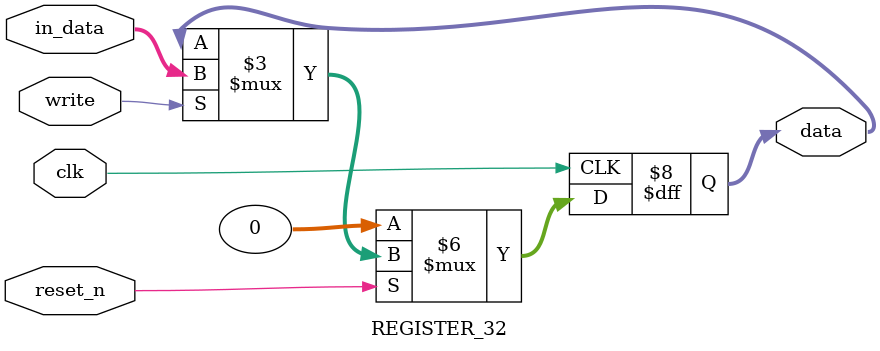
<source format=v>
module REGISTER_32(
    input reset_n,
    input clk,
    input write,
    input [31:0] in_data,
    output reg [31:0] data
);

always @(posedge clk) begin
    if(!reset_n) begin
        data <= 32'b0;
    end
    else begin
        if(write) begin
            data <= in_data;
        end
    end
end

endmodule

</source>
